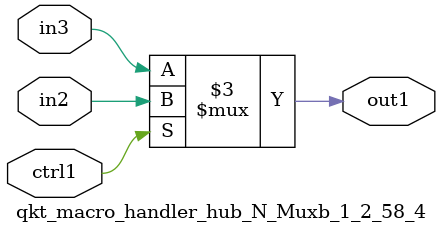
<source format=v>

`timescale 1ps / 1ps


module qkt_macro_handler_hub_N_Muxb_1_2_58_4( in3, in2, ctrl1, out1 );

    input in3;
    input in2;
    input ctrl1;
    output out1;
    reg out1;

    
    // rtl_process:qkt_macro_handler_hub_N_Muxb_1_2_58_4/qkt_macro_handler_hub_N_Muxb_1_2_58_4_thread_1
    always @*
      begin : qkt_macro_handler_hub_N_Muxb_1_2_58_4_thread_1
        case (ctrl1) 
          1'b1: 
            begin
              out1 = in2;
            end
          default: 
            begin
              out1 = in3;
            end
        endcase
      end

endmodule



</source>
